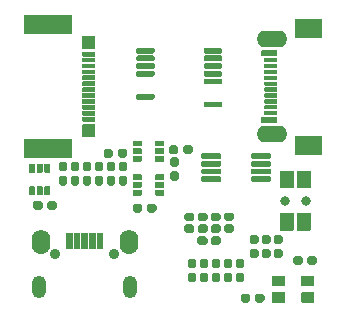
<source format=gts>
%TF.GenerationSoftware,KiCad,Pcbnew,(5.1.7)-1*%
%TF.CreationDate,2020-11-18T22:53:05+01:00*%
%TF.ProjectId,twonkie,74776f6e-6b69-4652-9e6b-696361645f70,rev?*%
%TF.SameCoordinates,PX448d510PY20b3950*%
%TF.FileFunction,Soldermask,Top*%
%TF.FilePolarity,Negative*%
%FSLAX46Y46*%
G04 Gerber Fmt 4.6, Leading zero omitted, Abs format (unit mm)*
G04 Created by KiCad (PCBNEW (5.1.7)-1) date 2020-11-18 22:53:05*
%MOMM*%
%LPD*%
G01*
G04 APERTURE LIST*
%ADD10O,0.901600X0.901600*%
%ADD11O,1.251600X1.901600*%
%ADD12O,1.551600X2.101600*%
%ADD13O,2.601600X1.401600*%
%ADD14C,0.801600*%
G04 APERTURE END LIST*
D10*
%TO.C,J3*%
X7834000Y-20536000D03*
X2834000Y-20536000D03*
D11*
X9209000Y-23286000D03*
X1459000Y-23286000D03*
D12*
X9059000Y-19486000D03*
X1609000Y-19486000D03*
G36*
G01*
X6358200Y-20086000D02*
X6358200Y-18786000D01*
G75*
G02*
X6409000Y-18735200I50800J0D01*
G01*
X6859000Y-18735200D01*
G75*
G02*
X6909800Y-18786000I0J-50800D01*
G01*
X6909800Y-20086000D01*
G75*
G02*
X6859000Y-20136800I-50800J0D01*
G01*
X6409000Y-20136800D01*
G75*
G02*
X6358200Y-20086000I0J50800D01*
G01*
G37*
G36*
G01*
X5708200Y-20086000D02*
X5708200Y-18786000D01*
G75*
G02*
X5759000Y-18735200I50800J0D01*
G01*
X6209000Y-18735200D01*
G75*
G02*
X6259800Y-18786000I0J-50800D01*
G01*
X6259800Y-20086000D01*
G75*
G02*
X6209000Y-20136800I-50800J0D01*
G01*
X5759000Y-20136800D01*
G75*
G02*
X5708200Y-20086000I0J50800D01*
G01*
G37*
G36*
G01*
X5058200Y-20086000D02*
X5058200Y-18786000D01*
G75*
G02*
X5109000Y-18735200I50800J0D01*
G01*
X5559000Y-18735200D01*
G75*
G02*
X5609800Y-18786000I0J-50800D01*
G01*
X5609800Y-20086000D01*
G75*
G02*
X5559000Y-20136800I-50800J0D01*
G01*
X5109000Y-20136800D01*
G75*
G02*
X5058200Y-20086000I0J50800D01*
G01*
G37*
G36*
G01*
X4408200Y-20086000D02*
X4408200Y-18786000D01*
G75*
G02*
X4459000Y-18735200I50800J0D01*
G01*
X4909000Y-18735200D01*
G75*
G02*
X4959800Y-18786000I0J-50800D01*
G01*
X4959800Y-20086000D01*
G75*
G02*
X4909000Y-20136800I-50800J0D01*
G01*
X4459000Y-20136800D01*
G75*
G02*
X4408200Y-20086000I0J50800D01*
G01*
G37*
G36*
G01*
X3758200Y-20086000D02*
X3758200Y-18786000D01*
G75*
G02*
X3809000Y-18735200I50800J0D01*
G01*
X4259000Y-18735200D01*
G75*
G02*
X4309800Y-18786000I0J-50800D01*
G01*
X4309800Y-20086000D01*
G75*
G02*
X4259000Y-20136800I-50800J0D01*
G01*
X3809000Y-20136800D01*
G75*
G02*
X3758200Y-20086000I0J50800D01*
G01*
G37*
%TD*%
%TO.C,R24*%
G36*
G01*
X19870400Y-19686300D02*
X19499600Y-19686300D01*
G75*
G02*
X19314200Y-19500900I0J185400D01*
G01*
X19314200Y-19055100D01*
G75*
G02*
X19499600Y-18869700I185400J0D01*
G01*
X19870400Y-18869700D01*
G75*
G02*
X20055800Y-19055100I0J-185400D01*
G01*
X20055800Y-19500900D01*
G75*
G02*
X19870400Y-19686300I-185400J0D01*
G01*
G37*
G36*
G01*
X19870400Y-20881300D02*
X19499600Y-20881300D01*
G75*
G02*
X19314200Y-20695900I0J185400D01*
G01*
X19314200Y-20250100D01*
G75*
G02*
X19499600Y-20064700I185400J0D01*
G01*
X19870400Y-20064700D01*
G75*
G02*
X20055800Y-20250100I0J-185400D01*
G01*
X20055800Y-20695900D01*
G75*
G02*
X19870400Y-20881300I-185400J0D01*
G01*
G37*
%TD*%
%TO.C,U2*%
G36*
G01*
X16985800Y-7737600D02*
X16985800Y-7988400D01*
G75*
G02*
X16860400Y-8113800I-125400J0D01*
G01*
X15534600Y-8113800D01*
G75*
G02*
X15409200Y-7988400I0J125400D01*
G01*
X15409200Y-7737600D01*
G75*
G02*
X15534600Y-7612200I125400J0D01*
G01*
X16860400Y-7612200D01*
G75*
G02*
X16985800Y-7737600I0J-125400D01*
G01*
G37*
G36*
G01*
X16985800Y-5787600D02*
X16985800Y-6038400D01*
G75*
G02*
X16860400Y-6163800I-125400J0D01*
G01*
X15534600Y-6163800D01*
G75*
G02*
X15409200Y-6038400I0J125400D01*
G01*
X15409200Y-5787600D01*
G75*
G02*
X15534600Y-5662200I125400J0D01*
G01*
X16860400Y-5662200D01*
G75*
G02*
X16985800Y-5787600I0J-125400D01*
G01*
G37*
G36*
G01*
X16985800Y-5137600D02*
X16985800Y-5388400D01*
G75*
G02*
X16860400Y-5513800I-125400J0D01*
G01*
X15534600Y-5513800D01*
G75*
G02*
X15409200Y-5388400I0J125400D01*
G01*
X15409200Y-5137600D01*
G75*
G02*
X15534600Y-5012200I125400J0D01*
G01*
X16860400Y-5012200D01*
G75*
G02*
X16985800Y-5137600I0J-125400D01*
G01*
G37*
G36*
G01*
X16985800Y-4487600D02*
X16985800Y-4738400D01*
G75*
G02*
X16860400Y-4863800I-125400J0D01*
G01*
X15534600Y-4863800D01*
G75*
G02*
X15409200Y-4738400I0J125400D01*
G01*
X15409200Y-4487600D01*
G75*
G02*
X15534600Y-4362200I125400J0D01*
G01*
X16860400Y-4362200D01*
G75*
G02*
X16985800Y-4487600I0J-125400D01*
G01*
G37*
G36*
G01*
X16985800Y-3837600D02*
X16985800Y-4088400D01*
G75*
G02*
X16860400Y-4213800I-125400J0D01*
G01*
X15534600Y-4213800D01*
G75*
G02*
X15409200Y-4088400I0J125400D01*
G01*
X15409200Y-3837600D01*
G75*
G02*
X15534600Y-3712200I125400J0D01*
G01*
X16860400Y-3712200D01*
G75*
G02*
X16985800Y-3837600I0J-125400D01*
G01*
G37*
G36*
G01*
X16985800Y-3187600D02*
X16985800Y-3438400D01*
G75*
G02*
X16860400Y-3563800I-125400J0D01*
G01*
X15534600Y-3563800D01*
G75*
G02*
X15409200Y-3438400I0J125400D01*
G01*
X15409200Y-3187600D01*
G75*
G02*
X15534600Y-3062200I125400J0D01*
G01*
X16860400Y-3062200D01*
G75*
G02*
X16985800Y-3187600I0J-125400D01*
G01*
G37*
G36*
G01*
X11260800Y-3187600D02*
X11260800Y-3438400D01*
G75*
G02*
X11135400Y-3563800I-125400J0D01*
G01*
X9809600Y-3563800D01*
G75*
G02*
X9684200Y-3438400I0J125400D01*
G01*
X9684200Y-3187600D01*
G75*
G02*
X9809600Y-3062200I125400J0D01*
G01*
X11135400Y-3062200D01*
G75*
G02*
X11260800Y-3187600I0J-125400D01*
G01*
G37*
G36*
G01*
X11260800Y-3837600D02*
X11260800Y-4088400D01*
G75*
G02*
X11135400Y-4213800I-125400J0D01*
G01*
X9809600Y-4213800D01*
G75*
G02*
X9684200Y-4088400I0J125400D01*
G01*
X9684200Y-3837600D01*
G75*
G02*
X9809600Y-3712200I125400J0D01*
G01*
X11135400Y-3712200D01*
G75*
G02*
X11260800Y-3837600I0J-125400D01*
G01*
G37*
G36*
G01*
X11260800Y-4487600D02*
X11260800Y-4738400D01*
G75*
G02*
X11135400Y-4863800I-125400J0D01*
G01*
X9809600Y-4863800D01*
G75*
G02*
X9684200Y-4738400I0J125400D01*
G01*
X9684200Y-4487600D01*
G75*
G02*
X9809600Y-4362200I125400J0D01*
G01*
X11135400Y-4362200D01*
G75*
G02*
X11260800Y-4487600I0J-125400D01*
G01*
G37*
G36*
G01*
X11260800Y-5137600D02*
X11260800Y-5388400D01*
G75*
G02*
X11135400Y-5513800I-125400J0D01*
G01*
X9809600Y-5513800D01*
G75*
G02*
X9684200Y-5388400I0J125400D01*
G01*
X9684200Y-5137600D01*
G75*
G02*
X9809600Y-5012200I125400J0D01*
G01*
X11135400Y-5012200D01*
G75*
G02*
X11260800Y-5137600I0J-125400D01*
G01*
G37*
G36*
G01*
X11260800Y-7087600D02*
X11260800Y-7338400D01*
G75*
G02*
X11135400Y-7463800I-125400J0D01*
G01*
X9809600Y-7463800D01*
G75*
G02*
X9684200Y-7338400I0J125400D01*
G01*
X9684200Y-7087600D01*
G75*
G02*
X9809600Y-6962200I125400J0D01*
G01*
X11135400Y-6962200D01*
G75*
G02*
X11260800Y-7087600I0J-125400D01*
G01*
G37*
%TD*%
%TO.C,J1*%
G36*
G01*
X21590000Y-8780800D02*
X20590000Y-8780800D01*
G75*
G02*
X20539200Y-8730000I0J50800D01*
G01*
X20539200Y-8470000D01*
G75*
G02*
X20590000Y-8419200I50800J0D01*
G01*
X21590000Y-8419200D01*
G75*
G02*
X21640800Y-8470000I0J-50800D01*
G01*
X21640800Y-8730000D01*
G75*
G02*
X21590000Y-8780800I-50800J0D01*
G01*
G37*
G36*
G01*
X21590000Y-8280800D02*
X20590000Y-8280800D01*
G75*
G02*
X20539200Y-8230000I0J50800D01*
G01*
X20539200Y-7970000D01*
G75*
G02*
X20590000Y-7919200I50800J0D01*
G01*
X21590000Y-7919200D01*
G75*
G02*
X21640800Y-7970000I0J-50800D01*
G01*
X21640800Y-8230000D01*
G75*
G02*
X21590000Y-8280800I-50800J0D01*
G01*
G37*
G36*
G01*
X21590000Y-7780800D02*
X20590000Y-7780800D01*
G75*
G02*
X20539200Y-7730000I0J50800D01*
G01*
X20539200Y-7470000D01*
G75*
G02*
X20590000Y-7419200I50800J0D01*
G01*
X21590000Y-7419200D01*
G75*
G02*
X21640800Y-7470000I0J-50800D01*
G01*
X21640800Y-7730000D01*
G75*
G02*
X21590000Y-7780800I-50800J0D01*
G01*
G37*
G36*
G01*
X21590000Y-7280800D02*
X20590000Y-7280800D01*
G75*
G02*
X20539200Y-7230000I0J50800D01*
G01*
X20539200Y-6970000D01*
G75*
G02*
X20590000Y-6919200I50800J0D01*
G01*
X21590000Y-6919200D01*
G75*
G02*
X21640800Y-6970000I0J-50800D01*
G01*
X21640800Y-7230000D01*
G75*
G02*
X21590000Y-7280800I-50800J0D01*
G01*
G37*
G36*
G01*
X21590000Y-6780800D02*
X20590000Y-6780800D01*
G75*
G02*
X20539200Y-6730000I0J50800D01*
G01*
X20539200Y-6470000D01*
G75*
G02*
X20590000Y-6419200I50800J0D01*
G01*
X21590000Y-6419200D01*
G75*
G02*
X21640800Y-6470000I0J-50800D01*
G01*
X21640800Y-6730000D01*
G75*
G02*
X21590000Y-6780800I-50800J0D01*
G01*
G37*
G36*
G01*
X21590000Y-6280800D02*
X20590000Y-6280800D01*
G75*
G02*
X20539200Y-6230000I0J50800D01*
G01*
X20539200Y-5970000D01*
G75*
G02*
X20590000Y-5919200I50800J0D01*
G01*
X21590000Y-5919200D01*
G75*
G02*
X21640800Y-5970000I0J-50800D01*
G01*
X21640800Y-6230000D01*
G75*
G02*
X21590000Y-6280800I-50800J0D01*
G01*
G37*
G36*
G01*
X21590000Y-5780800D02*
X20590000Y-5780800D01*
G75*
G02*
X20539200Y-5730000I0J50800D01*
G01*
X20539200Y-5470000D01*
G75*
G02*
X20590000Y-5419200I50800J0D01*
G01*
X21590000Y-5419200D01*
G75*
G02*
X21640800Y-5470000I0J-50800D01*
G01*
X21640800Y-5730000D01*
G75*
G02*
X21590000Y-5780800I-50800J0D01*
G01*
G37*
G36*
G01*
X21590000Y-5280800D02*
X20590000Y-5280800D01*
G75*
G02*
X20539200Y-5230000I0J50800D01*
G01*
X20539200Y-4970000D01*
G75*
G02*
X20590000Y-4919200I50800J0D01*
G01*
X21590000Y-4919200D01*
G75*
G02*
X21640800Y-4970000I0J-50800D01*
G01*
X21640800Y-5230000D01*
G75*
G02*
X21590000Y-5280800I-50800J0D01*
G01*
G37*
G36*
G01*
X21590000Y-4780800D02*
X20590000Y-4780800D01*
G75*
G02*
X20539200Y-4730000I0J50800D01*
G01*
X20539200Y-4470000D01*
G75*
G02*
X20590000Y-4419200I50800J0D01*
G01*
X21590000Y-4419200D01*
G75*
G02*
X21640800Y-4470000I0J-50800D01*
G01*
X21640800Y-4730000D01*
G75*
G02*
X21590000Y-4780800I-50800J0D01*
G01*
G37*
G36*
G01*
X21590000Y-4280800D02*
X20590000Y-4280800D01*
G75*
G02*
X20539200Y-4230000I0J50800D01*
G01*
X20539200Y-3970000D01*
G75*
G02*
X20590000Y-3919200I50800J0D01*
G01*
X21590000Y-3919200D01*
G75*
G02*
X21640800Y-3970000I0J-50800D01*
G01*
X21640800Y-4230000D01*
G75*
G02*
X21590000Y-4280800I-50800J0D01*
G01*
G37*
G36*
G01*
X21590000Y-9430800D02*
X20340000Y-9430800D01*
G75*
G02*
X20289200Y-9380000I0J50800D01*
G01*
X20289200Y-8970000D01*
G75*
G02*
X20340000Y-8919200I50800J0D01*
G01*
X21590000Y-8919200D01*
G75*
G02*
X21640800Y-8970000I0J-50800D01*
G01*
X21640800Y-9380000D01*
G75*
G02*
X21590000Y-9430800I-50800J0D01*
G01*
G37*
G36*
G01*
X21590000Y-3780800D02*
X20340000Y-3780800D01*
G75*
G02*
X20289200Y-3730000I0J50800D01*
G01*
X20289200Y-3320000D01*
G75*
G02*
X20340000Y-3269200I50800J0D01*
G01*
X21590000Y-3269200D01*
G75*
G02*
X21640800Y-3320000I0J-50800D01*
G01*
X21640800Y-3730000D01*
G75*
G02*
X21590000Y-3780800I-50800J0D01*
G01*
G37*
D13*
X21190000Y-10360000D03*
X21190000Y-2340000D03*
G36*
G01*
X25390000Y-12100800D02*
X23190000Y-12100800D01*
G75*
G02*
X23139200Y-12050000I0J50800D01*
G01*
X23139200Y-10550000D01*
G75*
G02*
X23190000Y-10499200I50800J0D01*
G01*
X25390000Y-10499200D01*
G75*
G02*
X25440800Y-10550000I0J-50800D01*
G01*
X25440800Y-12050000D01*
G75*
G02*
X25390000Y-12100800I-50800J0D01*
G01*
G37*
G36*
G01*
X25390000Y-2200800D02*
X23190000Y-2200800D01*
G75*
G02*
X23139200Y-2150000I0J50800D01*
G01*
X23139200Y-650000D01*
G75*
G02*
X23190000Y-599200I50800J0D01*
G01*
X25390000Y-599200D01*
G75*
G02*
X25440800Y-650000I0J-50800D01*
G01*
X25440800Y-2150000D01*
G75*
G02*
X25390000Y-2200800I-50800J0D01*
G01*
G37*
%TD*%
%TO.C,J2*%
G36*
G01*
X215000Y-10799200D02*
X4215000Y-10799200D01*
G75*
G02*
X4265800Y-10850000I0J-50800D01*
G01*
X4265800Y-12350000D01*
G75*
G02*
X4215000Y-12400800I-50800J0D01*
G01*
X215000Y-12400800D01*
G75*
G02*
X164200Y-12350000I0J50800D01*
G01*
X164200Y-10850000D01*
G75*
G02*
X215000Y-10799200I50800J0D01*
G01*
G37*
G36*
G01*
X215000Y-299200D02*
X4215000Y-299200D01*
G75*
G02*
X4265800Y-350000I0J-50800D01*
G01*
X4265800Y-1850000D01*
G75*
G02*
X4215000Y-1900800I-50800J0D01*
G01*
X215000Y-1900800D01*
G75*
G02*
X164200Y-1850000I0J50800D01*
G01*
X164200Y-350000D01*
G75*
G02*
X215000Y-299200I50800J0D01*
G01*
G37*
G36*
G01*
X5175000Y-8899200D02*
X6175000Y-8899200D01*
G75*
G02*
X6225800Y-8950000I0J-50800D01*
G01*
X6225800Y-9250000D01*
G75*
G02*
X6175000Y-9300800I-50800J0D01*
G01*
X5175000Y-9300800D01*
G75*
G02*
X5124200Y-9250000I0J50800D01*
G01*
X5124200Y-8950000D01*
G75*
G02*
X5175000Y-8899200I50800J0D01*
G01*
G37*
G36*
G01*
X5175000Y-8399200D02*
X6175000Y-8399200D01*
G75*
G02*
X6225800Y-8450000I0J-50800D01*
G01*
X6225800Y-8750000D01*
G75*
G02*
X6175000Y-8800800I-50800J0D01*
G01*
X5175000Y-8800800D01*
G75*
G02*
X5124200Y-8750000I0J50800D01*
G01*
X5124200Y-8450000D01*
G75*
G02*
X5175000Y-8399200I50800J0D01*
G01*
G37*
G36*
G01*
X5175000Y-7899200D02*
X6175000Y-7899200D01*
G75*
G02*
X6225800Y-7950000I0J-50800D01*
G01*
X6225800Y-8250000D01*
G75*
G02*
X6175000Y-8300800I-50800J0D01*
G01*
X5175000Y-8300800D01*
G75*
G02*
X5124200Y-8250000I0J50800D01*
G01*
X5124200Y-7950000D01*
G75*
G02*
X5175000Y-7899200I50800J0D01*
G01*
G37*
G36*
G01*
X5175000Y-7399200D02*
X6175000Y-7399200D01*
G75*
G02*
X6225800Y-7450000I0J-50800D01*
G01*
X6225800Y-7750000D01*
G75*
G02*
X6175000Y-7800800I-50800J0D01*
G01*
X5175000Y-7800800D01*
G75*
G02*
X5124200Y-7750000I0J50800D01*
G01*
X5124200Y-7450000D01*
G75*
G02*
X5175000Y-7399200I50800J0D01*
G01*
G37*
G36*
G01*
X5175000Y-6899200D02*
X6175000Y-6899200D01*
G75*
G02*
X6225800Y-6950000I0J-50800D01*
G01*
X6225800Y-7250000D01*
G75*
G02*
X6175000Y-7300800I-50800J0D01*
G01*
X5175000Y-7300800D01*
G75*
G02*
X5124200Y-7250000I0J50800D01*
G01*
X5124200Y-6950000D01*
G75*
G02*
X5175000Y-6899200I50800J0D01*
G01*
G37*
G36*
G01*
X5175000Y-6399200D02*
X6175000Y-6399200D01*
G75*
G02*
X6225800Y-6450000I0J-50800D01*
G01*
X6225800Y-6750000D01*
G75*
G02*
X6175000Y-6800800I-50800J0D01*
G01*
X5175000Y-6800800D01*
G75*
G02*
X5124200Y-6750000I0J50800D01*
G01*
X5124200Y-6450000D01*
G75*
G02*
X5175000Y-6399200I50800J0D01*
G01*
G37*
G36*
G01*
X5175000Y-5899200D02*
X6175000Y-5899200D01*
G75*
G02*
X6225800Y-5950000I0J-50800D01*
G01*
X6225800Y-6250000D01*
G75*
G02*
X6175000Y-6300800I-50800J0D01*
G01*
X5175000Y-6300800D01*
G75*
G02*
X5124200Y-6250000I0J50800D01*
G01*
X5124200Y-5950000D01*
G75*
G02*
X5175000Y-5899200I50800J0D01*
G01*
G37*
G36*
G01*
X5175000Y-5399200D02*
X6175000Y-5399200D01*
G75*
G02*
X6225800Y-5450000I0J-50800D01*
G01*
X6225800Y-5750000D01*
G75*
G02*
X6175000Y-5800800I-50800J0D01*
G01*
X5175000Y-5800800D01*
G75*
G02*
X5124200Y-5750000I0J50800D01*
G01*
X5124200Y-5450000D01*
G75*
G02*
X5175000Y-5399200I50800J0D01*
G01*
G37*
G36*
G01*
X5175000Y-4899200D02*
X6175000Y-4899200D01*
G75*
G02*
X6225800Y-4950000I0J-50800D01*
G01*
X6225800Y-5250000D01*
G75*
G02*
X6175000Y-5300800I-50800J0D01*
G01*
X5175000Y-5300800D01*
G75*
G02*
X5124200Y-5250000I0J50800D01*
G01*
X5124200Y-4950000D01*
G75*
G02*
X5175000Y-4899200I50800J0D01*
G01*
G37*
G36*
G01*
X5175000Y-4399200D02*
X6175000Y-4399200D01*
G75*
G02*
X6225800Y-4450000I0J-50800D01*
G01*
X6225800Y-4750000D01*
G75*
G02*
X6175000Y-4800800I-50800J0D01*
G01*
X5175000Y-4800800D01*
G75*
G02*
X5124200Y-4750000I0J50800D01*
G01*
X5124200Y-4450000D01*
G75*
G02*
X5175000Y-4399200I50800J0D01*
G01*
G37*
G36*
G01*
X5175000Y-3899200D02*
X6175000Y-3899200D01*
G75*
G02*
X6225800Y-3950000I0J-50800D01*
G01*
X6225800Y-4250000D01*
G75*
G02*
X6175000Y-4300800I-50800J0D01*
G01*
X5175000Y-4300800D01*
G75*
G02*
X5124200Y-4250000I0J50800D01*
G01*
X5124200Y-3950000D01*
G75*
G02*
X5175000Y-3899200I50800J0D01*
G01*
G37*
G36*
G01*
X5175000Y-3399200D02*
X6175000Y-3399200D01*
G75*
G02*
X6225800Y-3450000I0J-50800D01*
G01*
X6225800Y-3750000D01*
G75*
G02*
X6175000Y-3800800I-50800J0D01*
G01*
X5175000Y-3800800D01*
G75*
G02*
X5124200Y-3750000I0J50800D01*
G01*
X5124200Y-3450000D01*
G75*
G02*
X5175000Y-3399200I50800J0D01*
G01*
G37*
G36*
G01*
X5175000Y-2049200D02*
X6175000Y-2049200D01*
G75*
G02*
X6225800Y-2100000I0J-50800D01*
G01*
X6225800Y-3100000D01*
G75*
G02*
X6175000Y-3150800I-50800J0D01*
G01*
X5175000Y-3150800D01*
G75*
G02*
X5124200Y-3100000I0J50800D01*
G01*
X5124200Y-2100000D01*
G75*
G02*
X5175000Y-2049200I50800J0D01*
G01*
G37*
G36*
G01*
X5175000Y-9549200D02*
X6175000Y-9549200D01*
G75*
G02*
X6225800Y-9600000I0J-50800D01*
G01*
X6225800Y-10600000D01*
G75*
G02*
X6175000Y-10650800I-50800J0D01*
G01*
X5175000Y-10650800D01*
G75*
G02*
X5124200Y-10600000I0J50800D01*
G01*
X5124200Y-9600000D01*
G75*
G02*
X5175000Y-9549200I50800J0D01*
G01*
G37*
%TD*%
%TO.C,Q3*%
G36*
G01*
X11305700Y-11361000D02*
X11305700Y-10961000D01*
G75*
G02*
X11356500Y-10910200I50800J0D01*
G01*
X12006500Y-10910200D01*
G75*
G02*
X12057300Y-10961000I0J-50800D01*
G01*
X12057300Y-11361000D01*
G75*
G02*
X12006500Y-11411800I-50800J0D01*
G01*
X11356500Y-11411800D01*
G75*
G02*
X11305700Y-11361000I0J50800D01*
G01*
G37*
G36*
G01*
X11305700Y-12661000D02*
X11305700Y-12261000D01*
G75*
G02*
X11356500Y-12210200I50800J0D01*
G01*
X12006500Y-12210200D01*
G75*
G02*
X12057300Y-12261000I0J-50800D01*
G01*
X12057300Y-12661000D01*
G75*
G02*
X12006500Y-12711800I-50800J0D01*
G01*
X11356500Y-12711800D01*
G75*
G02*
X11305700Y-12661000I0J50800D01*
G01*
G37*
G36*
G01*
X9405700Y-12011000D02*
X9405700Y-11611000D01*
G75*
G02*
X9456500Y-11560200I50800J0D01*
G01*
X10106500Y-11560200D01*
G75*
G02*
X10157300Y-11611000I0J-50800D01*
G01*
X10157300Y-12011000D01*
G75*
G02*
X10106500Y-12061800I-50800J0D01*
G01*
X9456500Y-12061800D01*
G75*
G02*
X9405700Y-12011000I0J50800D01*
G01*
G37*
G36*
G01*
X11305700Y-12011000D02*
X11305700Y-11611000D01*
G75*
G02*
X11356500Y-11560200I50800J0D01*
G01*
X12006500Y-11560200D01*
G75*
G02*
X12057300Y-11611000I0J-50800D01*
G01*
X12057300Y-12011000D01*
G75*
G02*
X12006500Y-12061800I-50800J0D01*
G01*
X11356500Y-12061800D01*
G75*
G02*
X11305700Y-12011000I0J50800D01*
G01*
G37*
G36*
G01*
X9405700Y-12661000D02*
X9405700Y-12261000D01*
G75*
G02*
X9456500Y-12210200I50800J0D01*
G01*
X10106500Y-12210200D01*
G75*
G02*
X10157300Y-12261000I0J-50800D01*
G01*
X10157300Y-12661000D01*
G75*
G02*
X10106500Y-12711800I-50800J0D01*
G01*
X9456500Y-12711800D01*
G75*
G02*
X9405700Y-12661000I0J50800D01*
G01*
G37*
G36*
G01*
X9405700Y-11361000D02*
X9405700Y-10961000D01*
G75*
G02*
X9456500Y-10910200I50800J0D01*
G01*
X10106500Y-10910200D01*
G75*
G02*
X10157300Y-10961000I0J-50800D01*
G01*
X10157300Y-11361000D01*
G75*
G02*
X10106500Y-11411800I-50800J0D01*
G01*
X9456500Y-11411800D01*
G75*
G02*
X9405700Y-11361000I0J50800D01*
G01*
G37*
%TD*%
%TO.C,C2*%
G36*
G01*
X14906600Y-18557300D02*
X14906600Y-18196500D01*
G75*
G02*
X15087000Y-18016100I180400J0D01*
G01*
X15562800Y-18016100D01*
G75*
G02*
X15743200Y-18196500I0J-180400D01*
G01*
X15743200Y-18557300D01*
G75*
G02*
X15562800Y-18737700I-180400J0D01*
G01*
X15087000Y-18737700D01*
G75*
G02*
X14906600Y-18557300I0J180400D01*
G01*
G37*
G36*
G01*
X13771600Y-18557300D02*
X13771600Y-18196500D01*
G75*
G02*
X13952000Y-18016100I180400J0D01*
G01*
X14427800Y-18016100D01*
G75*
G02*
X14608200Y-18196500I0J-180400D01*
G01*
X14608200Y-18557300D01*
G75*
G02*
X14427800Y-18737700I-180400J0D01*
G01*
X13952000Y-18737700D01*
G75*
G02*
X13771600Y-18557300I0J180400D01*
G01*
G37*
%TD*%
%TO.C,C4*%
G36*
G01*
X14906600Y-17554000D02*
X14906600Y-17193200D01*
G75*
G02*
X15087000Y-17012800I180400J0D01*
G01*
X15562800Y-17012800D01*
G75*
G02*
X15743200Y-17193200I0J-180400D01*
G01*
X15743200Y-17554000D01*
G75*
G02*
X15562800Y-17734400I-180400J0D01*
G01*
X15087000Y-17734400D01*
G75*
G02*
X14906600Y-17554000I0J180400D01*
G01*
G37*
G36*
G01*
X13771600Y-17554000D02*
X13771600Y-17193200D01*
G75*
G02*
X13952000Y-17012800I180400J0D01*
G01*
X14427800Y-17012800D01*
G75*
G02*
X14608200Y-17193200I0J-180400D01*
G01*
X14608200Y-17554000D01*
G75*
G02*
X14427800Y-17734400I-180400J0D01*
G01*
X13952000Y-17734400D01*
G75*
G02*
X13771600Y-17554000I0J180400D01*
G01*
G37*
%TD*%
%TO.C,R14*%
G36*
G01*
X2157700Y-16568400D02*
X2157700Y-16197600D01*
G75*
G02*
X2343100Y-16012200I185400J0D01*
G01*
X2788900Y-16012200D01*
G75*
G02*
X2974300Y-16197600I0J-185400D01*
G01*
X2974300Y-16568400D01*
G75*
G02*
X2788900Y-16753800I-185400J0D01*
G01*
X2343100Y-16753800D01*
G75*
G02*
X2157700Y-16568400I0J185400D01*
G01*
G37*
G36*
G01*
X962700Y-16568400D02*
X962700Y-16197600D01*
G75*
G02*
X1148100Y-16012200I185400J0D01*
G01*
X1593900Y-16012200D01*
G75*
G02*
X1779300Y-16197600I0J-185400D01*
G01*
X1779300Y-16568400D01*
G75*
G02*
X1593900Y-16753800I-185400J0D01*
G01*
X1148100Y-16753800D01*
G75*
G02*
X962700Y-16568400I0J185400D01*
G01*
G37*
%TD*%
%TO.C,R16*%
G36*
G01*
X13651200Y-11869400D02*
X13651200Y-11498600D01*
G75*
G02*
X13836600Y-11313200I185400J0D01*
G01*
X14282400Y-11313200D01*
G75*
G02*
X14467800Y-11498600I0J-185400D01*
G01*
X14467800Y-11869400D01*
G75*
G02*
X14282400Y-12054800I-185400J0D01*
G01*
X13836600Y-12054800D01*
G75*
G02*
X13651200Y-11869400I0J185400D01*
G01*
G37*
G36*
G01*
X12456200Y-11869400D02*
X12456200Y-11498600D01*
G75*
G02*
X12641600Y-11313200I185400J0D01*
G01*
X13087400Y-11313200D01*
G75*
G02*
X13272800Y-11498600I0J-185400D01*
G01*
X13272800Y-11869400D01*
G75*
G02*
X13087400Y-12054800I-185400J0D01*
G01*
X12641600Y-12054800D01*
G75*
G02*
X12456200Y-11869400I0J185400D01*
G01*
G37*
%TD*%
D14*
%TO.C,SW1*%
X24077500Y-16002000D03*
X22277500Y-16002000D03*
G36*
G01*
X24422500Y-18552800D02*
X23372500Y-18552800D01*
G75*
G02*
X23321700Y-18502000I0J50800D01*
G01*
X23321700Y-17102000D01*
G75*
G02*
X23372500Y-17051200I50800J0D01*
G01*
X24422500Y-17051200D01*
G75*
G02*
X24473300Y-17102000I0J-50800D01*
G01*
X24473300Y-18502000D01*
G75*
G02*
X24422500Y-18552800I-50800J0D01*
G01*
G37*
G36*
G01*
X24422500Y-14952800D02*
X23372500Y-14952800D01*
G75*
G02*
X23321700Y-14902000I0J50800D01*
G01*
X23321700Y-13502000D01*
G75*
G02*
X23372500Y-13451200I50800J0D01*
G01*
X24422500Y-13451200D01*
G75*
G02*
X24473300Y-13502000I0J-50800D01*
G01*
X24473300Y-14902000D01*
G75*
G02*
X24422500Y-14952800I-50800J0D01*
G01*
G37*
G36*
G01*
X22982500Y-18552800D02*
X21932500Y-18552800D01*
G75*
G02*
X21881700Y-18502000I0J50800D01*
G01*
X21881700Y-17102000D01*
G75*
G02*
X21932500Y-17051200I50800J0D01*
G01*
X22982500Y-17051200D01*
G75*
G02*
X23033300Y-17102000I0J-50800D01*
G01*
X23033300Y-18502000D01*
G75*
G02*
X22982500Y-18552800I-50800J0D01*
G01*
G37*
G36*
G01*
X22982500Y-14952800D02*
X21932500Y-14952800D01*
G75*
G02*
X21881700Y-14902000I0J50800D01*
G01*
X21881700Y-13502000D01*
G75*
G02*
X21932500Y-13451200I50800J0D01*
G01*
X22982500Y-13451200D01*
G75*
G02*
X23033300Y-13502000I0J-50800D01*
G01*
X23033300Y-14902000D01*
G75*
G02*
X22982500Y-14952800I-50800J0D01*
G01*
G37*
%TD*%
%TO.C,U5*%
G36*
G01*
X19410200Y-12358400D02*
X19410200Y-12107600D01*
G75*
G02*
X19535600Y-11982200I125400J0D01*
G01*
X21011400Y-11982200D01*
G75*
G02*
X21136800Y-12107600I0J-125400D01*
G01*
X21136800Y-12358400D01*
G75*
G02*
X21011400Y-12483800I-125400J0D01*
G01*
X19535600Y-12483800D01*
G75*
G02*
X19410200Y-12358400I0J125400D01*
G01*
G37*
G36*
G01*
X19410200Y-13008400D02*
X19410200Y-12757600D01*
G75*
G02*
X19535600Y-12632200I125400J0D01*
G01*
X21011400Y-12632200D01*
G75*
G02*
X21136800Y-12757600I0J-125400D01*
G01*
X21136800Y-13008400D01*
G75*
G02*
X21011400Y-13133800I-125400J0D01*
G01*
X19535600Y-13133800D01*
G75*
G02*
X19410200Y-13008400I0J125400D01*
G01*
G37*
G36*
G01*
X19410200Y-13658400D02*
X19410200Y-13407600D01*
G75*
G02*
X19535600Y-13282200I125400J0D01*
G01*
X21011400Y-13282200D01*
G75*
G02*
X21136800Y-13407600I0J-125400D01*
G01*
X21136800Y-13658400D01*
G75*
G02*
X21011400Y-13783800I-125400J0D01*
G01*
X19535600Y-13783800D01*
G75*
G02*
X19410200Y-13658400I0J125400D01*
G01*
G37*
G36*
G01*
X19410200Y-14308400D02*
X19410200Y-14057600D01*
G75*
G02*
X19535600Y-13932200I125400J0D01*
G01*
X21011400Y-13932200D01*
G75*
G02*
X21136800Y-14057600I0J-125400D01*
G01*
X21136800Y-14308400D01*
G75*
G02*
X21011400Y-14433800I-125400J0D01*
G01*
X19535600Y-14433800D01*
G75*
G02*
X19410200Y-14308400I0J125400D01*
G01*
G37*
G36*
G01*
X15185200Y-14308400D02*
X15185200Y-14057600D01*
G75*
G02*
X15310600Y-13932200I125400J0D01*
G01*
X16786400Y-13932200D01*
G75*
G02*
X16911800Y-14057600I0J-125400D01*
G01*
X16911800Y-14308400D01*
G75*
G02*
X16786400Y-14433800I-125400J0D01*
G01*
X15310600Y-14433800D01*
G75*
G02*
X15185200Y-14308400I0J125400D01*
G01*
G37*
G36*
G01*
X15185200Y-13658400D02*
X15185200Y-13407600D01*
G75*
G02*
X15310600Y-13282200I125400J0D01*
G01*
X16786400Y-13282200D01*
G75*
G02*
X16911800Y-13407600I0J-125400D01*
G01*
X16911800Y-13658400D01*
G75*
G02*
X16786400Y-13783800I-125400J0D01*
G01*
X15310600Y-13783800D01*
G75*
G02*
X15185200Y-13658400I0J125400D01*
G01*
G37*
G36*
G01*
X15185200Y-13008400D02*
X15185200Y-12757600D01*
G75*
G02*
X15310600Y-12632200I125400J0D01*
G01*
X16786400Y-12632200D01*
G75*
G02*
X16911800Y-12757600I0J-125400D01*
G01*
X16911800Y-13008400D01*
G75*
G02*
X16786400Y-13133800I-125400J0D01*
G01*
X15310600Y-13133800D01*
G75*
G02*
X15185200Y-13008400I0J125400D01*
G01*
G37*
G36*
G01*
X15185200Y-12358400D02*
X15185200Y-12107600D01*
G75*
G02*
X15310600Y-11982200I125400J0D01*
G01*
X16786400Y-11982200D01*
G75*
G02*
X16911800Y-12107600I0J-125400D01*
G01*
X16911800Y-12358400D01*
G75*
G02*
X16786400Y-12483800I-125400J0D01*
G01*
X15310600Y-12483800D01*
G75*
G02*
X15185200Y-12358400I0J125400D01*
G01*
G37*
%TD*%
%TO.C,R23*%
G36*
G01*
X12768600Y-13524200D02*
X13139400Y-13524200D01*
G75*
G02*
X13324800Y-13709600I0J-185400D01*
G01*
X13324800Y-14155400D01*
G75*
G02*
X13139400Y-14340800I-185400J0D01*
G01*
X12768600Y-14340800D01*
G75*
G02*
X12583200Y-14155400I0J185400D01*
G01*
X12583200Y-13709600D01*
G75*
G02*
X12768600Y-13524200I185400J0D01*
G01*
G37*
G36*
G01*
X12768600Y-12329200D02*
X13139400Y-12329200D01*
G75*
G02*
X13324800Y-12514600I0J-185400D01*
G01*
X13324800Y-12960400D01*
G75*
G02*
X13139400Y-13145800I-185400J0D01*
G01*
X12768600Y-13145800D01*
G75*
G02*
X12583200Y-12960400I0J185400D01*
G01*
X12583200Y-12514600D01*
G75*
G02*
X12768600Y-12329200I185400J0D01*
G01*
G37*
%TD*%
%TO.C,R22*%
G36*
G01*
X10224800Y-16451600D02*
X10224800Y-16822400D01*
G75*
G02*
X10039400Y-17007800I-185400J0D01*
G01*
X9593600Y-17007800D01*
G75*
G02*
X9408200Y-16822400I0J185400D01*
G01*
X9408200Y-16451600D01*
G75*
G02*
X9593600Y-16266200I185400J0D01*
G01*
X10039400Y-16266200D01*
G75*
G02*
X10224800Y-16451600I0J-185400D01*
G01*
G37*
G36*
G01*
X11419800Y-16451600D02*
X11419800Y-16822400D01*
G75*
G02*
X11234400Y-17007800I-185400J0D01*
G01*
X10788600Y-17007800D01*
G75*
G02*
X10603200Y-16822400I0J185400D01*
G01*
X10603200Y-16451600D01*
G75*
G02*
X10788600Y-16266200I185400J0D01*
G01*
X11234400Y-16266200D01*
G75*
G02*
X11419800Y-16451600I0J-185400D01*
G01*
G37*
%TD*%
%TO.C,R21*%
G36*
G01*
X18293100Y-22096700D02*
X18663900Y-22096700D01*
G75*
G02*
X18849300Y-22282100I0J-185400D01*
G01*
X18849300Y-22727900D01*
G75*
G02*
X18663900Y-22913300I-185400J0D01*
G01*
X18293100Y-22913300D01*
G75*
G02*
X18107700Y-22727900I0J185400D01*
G01*
X18107700Y-22282100D01*
G75*
G02*
X18293100Y-22096700I185400J0D01*
G01*
G37*
G36*
G01*
X18293100Y-20901700D02*
X18663900Y-20901700D01*
G75*
G02*
X18849300Y-21087100I0J-185400D01*
G01*
X18849300Y-21532900D01*
G75*
G02*
X18663900Y-21718300I-185400J0D01*
G01*
X18293100Y-21718300D01*
G75*
G02*
X18107700Y-21532900I0J185400D01*
G01*
X18107700Y-21087100D01*
G75*
G02*
X18293100Y-20901700I185400J0D01*
G01*
G37*
%TD*%
%TO.C,R20*%
G36*
G01*
X17277100Y-22096700D02*
X17647900Y-22096700D01*
G75*
G02*
X17833300Y-22282100I0J-185400D01*
G01*
X17833300Y-22727900D01*
G75*
G02*
X17647900Y-22913300I-185400J0D01*
G01*
X17277100Y-22913300D01*
G75*
G02*
X17091700Y-22727900I0J185400D01*
G01*
X17091700Y-22282100D01*
G75*
G02*
X17277100Y-22096700I185400J0D01*
G01*
G37*
G36*
G01*
X17277100Y-20901700D02*
X17647900Y-20901700D01*
G75*
G02*
X17833300Y-21087100I0J-185400D01*
G01*
X17833300Y-21532900D01*
G75*
G02*
X17647900Y-21718300I-185400J0D01*
G01*
X17277100Y-21718300D01*
G75*
G02*
X17091700Y-21532900I0J185400D01*
G01*
X17091700Y-21087100D01*
G75*
G02*
X17277100Y-20901700I185400J0D01*
G01*
G37*
%TD*%
%TO.C,R19*%
G36*
G01*
X16261100Y-22096700D02*
X16631900Y-22096700D01*
G75*
G02*
X16817300Y-22282100I0J-185400D01*
G01*
X16817300Y-22727900D01*
G75*
G02*
X16631900Y-22913300I-185400J0D01*
G01*
X16261100Y-22913300D01*
G75*
G02*
X16075700Y-22727900I0J185400D01*
G01*
X16075700Y-22282100D01*
G75*
G02*
X16261100Y-22096700I185400J0D01*
G01*
G37*
G36*
G01*
X16261100Y-20901700D02*
X16631900Y-20901700D01*
G75*
G02*
X16817300Y-21087100I0J-185400D01*
G01*
X16817300Y-21532900D01*
G75*
G02*
X16631900Y-21718300I-185400J0D01*
G01*
X16261100Y-21718300D01*
G75*
G02*
X16075700Y-21532900I0J185400D01*
G01*
X16075700Y-21087100D01*
G75*
G02*
X16261100Y-20901700I185400J0D01*
G01*
G37*
%TD*%
%TO.C,R18*%
G36*
G01*
X15245100Y-22096700D02*
X15615900Y-22096700D01*
G75*
G02*
X15801300Y-22282100I0J-185400D01*
G01*
X15801300Y-22727900D01*
G75*
G02*
X15615900Y-22913300I-185400J0D01*
G01*
X15245100Y-22913300D01*
G75*
G02*
X15059700Y-22727900I0J185400D01*
G01*
X15059700Y-22282100D01*
G75*
G02*
X15245100Y-22096700I185400J0D01*
G01*
G37*
G36*
G01*
X15245100Y-20901700D02*
X15615900Y-20901700D01*
G75*
G02*
X15801300Y-21087100I0J-185400D01*
G01*
X15801300Y-21532900D01*
G75*
G02*
X15615900Y-21718300I-185400J0D01*
G01*
X15245100Y-21718300D01*
G75*
G02*
X15059700Y-21532900I0J185400D01*
G01*
X15059700Y-21087100D01*
G75*
G02*
X15245100Y-20901700I185400J0D01*
G01*
G37*
%TD*%
%TO.C,R17*%
G36*
G01*
X14229100Y-22096700D02*
X14599900Y-22096700D01*
G75*
G02*
X14785300Y-22282100I0J-185400D01*
G01*
X14785300Y-22727900D01*
G75*
G02*
X14599900Y-22913300I-185400J0D01*
G01*
X14229100Y-22913300D01*
G75*
G02*
X14043700Y-22727900I0J185400D01*
G01*
X14043700Y-22282100D01*
G75*
G02*
X14229100Y-22096700I185400J0D01*
G01*
G37*
G36*
G01*
X14229100Y-20901700D02*
X14599900Y-20901700D01*
G75*
G02*
X14785300Y-21087100I0J-185400D01*
G01*
X14785300Y-21532900D01*
G75*
G02*
X14599900Y-21718300I-185400J0D01*
G01*
X14229100Y-21718300D01*
G75*
G02*
X14043700Y-21532900I0J185400D01*
G01*
X14043700Y-21087100D01*
G75*
G02*
X14229100Y-20901700I185400J0D01*
G01*
G37*
%TD*%
%TO.C,R15*%
G36*
G01*
X3307100Y-13905200D02*
X3677900Y-13905200D01*
G75*
G02*
X3863300Y-14090600I0J-185400D01*
G01*
X3863300Y-14536400D01*
G75*
G02*
X3677900Y-14721800I-185400J0D01*
G01*
X3307100Y-14721800D01*
G75*
G02*
X3121700Y-14536400I0J185400D01*
G01*
X3121700Y-14090600D01*
G75*
G02*
X3307100Y-13905200I185400J0D01*
G01*
G37*
G36*
G01*
X3307100Y-12710200D02*
X3677900Y-12710200D01*
G75*
G02*
X3863300Y-12895600I0J-185400D01*
G01*
X3863300Y-13341400D01*
G75*
G02*
X3677900Y-13526800I-185400J0D01*
G01*
X3307100Y-13526800D01*
G75*
G02*
X3121700Y-13341400I0J185400D01*
G01*
X3121700Y-12895600D01*
G75*
G02*
X3307100Y-12710200I185400J0D01*
G01*
G37*
%TD*%
%TO.C,R13*%
G36*
G01*
X4693900Y-13526800D02*
X4323100Y-13526800D01*
G75*
G02*
X4137700Y-13341400I0J185400D01*
G01*
X4137700Y-12895600D01*
G75*
G02*
X4323100Y-12710200I185400J0D01*
G01*
X4693900Y-12710200D01*
G75*
G02*
X4879300Y-12895600I0J-185400D01*
G01*
X4879300Y-13341400D01*
G75*
G02*
X4693900Y-13526800I-185400J0D01*
G01*
G37*
G36*
G01*
X4693900Y-14721800D02*
X4323100Y-14721800D01*
G75*
G02*
X4137700Y-14536400I0J185400D01*
G01*
X4137700Y-14090600D01*
G75*
G02*
X4323100Y-13905200I185400J0D01*
G01*
X4693900Y-13905200D01*
G75*
G02*
X4879300Y-14090600I0J-185400D01*
G01*
X4879300Y-14536400D01*
G75*
G02*
X4693900Y-14721800I-185400J0D01*
G01*
G37*
%TD*%
%TO.C,R12*%
G36*
G01*
X5709900Y-13526800D02*
X5339100Y-13526800D01*
G75*
G02*
X5153700Y-13341400I0J185400D01*
G01*
X5153700Y-12895600D01*
G75*
G02*
X5339100Y-12710200I185400J0D01*
G01*
X5709900Y-12710200D01*
G75*
G02*
X5895300Y-12895600I0J-185400D01*
G01*
X5895300Y-13341400D01*
G75*
G02*
X5709900Y-13526800I-185400J0D01*
G01*
G37*
G36*
G01*
X5709900Y-14721800D02*
X5339100Y-14721800D01*
G75*
G02*
X5153700Y-14536400I0J185400D01*
G01*
X5153700Y-14090600D01*
G75*
G02*
X5339100Y-13905200I185400J0D01*
G01*
X5709900Y-13905200D01*
G75*
G02*
X5895300Y-14090600I0J-185400D01*
G01*
X5895300Y-14536400D01*
G75*
G02*
X5709900Y-14721800I-185400J0D01*
G01*
G37*
%TD*%
%TO.C,R11*%
G36*
G01*
X6725900Y-13526800D02*
X6355100Y-13526800D01*
G75*
G02*
X6169700Y-13341400I0J185400D01*
G01*
X6169700Y-12895600D01*
G75*
G02*
X6355100Y-12710200I185400J0D01*
G01*
X6725900Y-12710200D01*
G75*
G02*
X6911300Y-12895600I0J-185400D01*
G01*
X6911300Y-13341400D01*
G75*
G02*
X6725900Y-13526800I-185400J0D01*
G01*
G37*
G36*
G01*
X6725900Y-14721800D02*
X6355100Y-14721800D01*
G75*
G02*
X6169700Y-14536400I0J185400D01*
G01*
X6169700Y-14090600D01*
G75*
G02*
X6355100Y-13905200I185400J0D01*
G01*
X6725900Y-13905200D01*
G75*
G02*
X6911300Y-14090600I0J-185400D01*
G01*
X6911300Y-14536400D01*
G75*
G02*
X6725900Y-14721800I-185400J0D01*
G01*
G37*
%TD*%
%TO.C,R10*%
G36*
G01*
X7741900Y-13526800D02*
X7371100Y-13526800D01*
G75*
G02*
X7185700Y-13341400I0J185400D01*
G01*
X7185700Y-12895600D01*
G75*
G02*
X7371100Y-12710200I185400J0D01*
G01*
X7741900Y-12710200D01*
G75*
G02*
X7927300Y-12895600I0J-185400D01*
G01*
X7927300Y-13341400D01*
G75*
G02*
X7741900Y-13526800I-185400J0D01*
G01*
G37*
G36*
G01*
X7741900Y-14721800D02*
X7371100Y-14721800D01*
G75*
G02*
X7185700Y-14536400I0J185400D01*
G01*
X7185700Y-14090600D01*
G75*
G02*
X7371100Y-13905200I185400J0D01*
G01*
X7741900Y-13905200D01*
G75*
G02*
X7927300Y-14090600I0J-185400D01*
G01*
X7927300Y-14536400D01*
G75*
G02*
X7741900Y-14721800I-185400J0D01*
G01*
G37*
%TD*%
%TO.C,R9*%
G36*
G01*
X8757900Y-13526800D02*
X8387100Y-13526800D01*
G75*
G02*
X8201700Y-13341400I0J185400D01*
G01*
X8201700Y-12895600D01*
G75*
G02*
X8387100Y-12710200I185400J0D01*
G01*
X8757900Y-12710200D01*
G75*
G02*
X8943300Y-12895600I0J-185400D01*
G01*
X8943300Y-13341400D01*
G75*
G02*
X8757900Y-13526800I-185400J0D01*
G01*
G37*
G36*
G01*
X8757900Y-14721800D02*
X8387100Y-14721800D01*
G75*
G02*
X8201700Y-14536400I0J185400D01*
G01*
X8201700Y-14090600D01*
G75*
G02*
X8387100Y-13905200I185400J0D01*
G01*
X8757900Y-13905200D01*
G75*
G02*
X8943300Y-14090600I0J-185400D01*
G01*
X8943300Y-14536400D01*
G75*
G02*
X8757900Y-14721800I-185400J0D01*
G01*
G37*
%TD*%
%TO.C,R8*%
G36*
G01*
X7748300Y-11816100D02*
X7748300Y-12186900D01*
G75*
G02*
X7562900Y-12372300I-185400J0D01*
G01*
X7117100Y-12372300D01*
G75*
G02*
X6931700Y-12186900I0J185400D01*
G01*
X6931700Y-11816100D01*
G75*
G02*
X7117100Y-11630700I185400J0D01*
G01*
X7562900Y-11630700D01*
G75*
G02*
X7748300Y-11816100I0J-185400D01*
G01*
G37*
G36*
G01*
X8943300Y-11816100D02*
X8943300Y-12186900D01*
G75*
G02*
X8757900Y-12372300I-185400J0D01*
G01*
X8312100Y-12372300D01*
G75*
G02*
X8126700Y-12186900I0J185400D01*
G01*
X8126700Y-11816100D01*
G75*
G02*
X8312100Y-11630700I185400J0D01*
G01*
X8757900Y-11630700D01*
G75*
G02*
X8943300Y-11816100I0J-185400D01*
G01*
G37*
%TD*%
%TO.C,R7*%
G36*
G01*
X19368800Y-24071600D02*
X19368800Y-24442400D01*
G75*
G02*
X19183400Y-24627800I-185400J0D01*
G01*
X18737600Y-24627800D01*
G75*
G02*
X18552200Y-24442400I0J185400D01*
G01*
X18552200Y-24071600D01*
G75*
G02*
X18737600Y-23886200I185400J0D01*
G01*
X19183400Y-23886200D01*
G75*
G02*
X19368800Y-24071600I0J-185400D01*
G01*
G37*
G36*
G01*
X20563800Y-24071600D02*
X20563800Y-24442400D01*
G75*
G02*
X20378400Y-24627800I-185400J0D01*
G01*
X19932600Y-24627800D01*
G75*
G02*
X19747200Y-24442400I0J185400D01*
G01*
X19747200Y-24071600D01*
G75*
G02*
X19932600Y-23886200I185400J0D01*
G01*
X20378400Y-23886200D01*
G75*
G02*
X20563800Y-24071600I0J-185400D01*
G01*
G37*
%TD*%
%TO.C,R6*%
G36*
G01*
X21902400Y-19686300D02*
X21531600Y-19686300D01*
G75*
G02*
X21346200Y-19500900I0J185400D01*
G01*
X21346200Y-19055100D01*
G75*
G02*
X21531600Y-18869700I185400J0D01*
G01*
X21902400Y-18869700D01*
G75*
G02*
X22087800Y-19055100I0J-185400D01*
G01*
X22087800Y-19500900D01*
G75*
G02*
X21902400Y-19686300I-185400J0D01*
G01*
G37*
G36*
G01*
X21902400Y-20881300D02*
X21531600Y-20881300D01*
G75*
G02*
X21346200Y-20695900I0J185400D01*
G01*
X21346200Y-20250100D01*
G75*
G02*
X21531600Y-20064700I185400J0D01*
G01*
X21902400Y-20064700D01*
G75*
G02*
X22087800Y-20250100I0J-185400D01*
G01*
X22087800Y-20695900D01*
G75*
G02*
X21902400Y-20881300I-185400J0D01*
G01*
G37*
%TD*%
%TO.C,R5*%
G36*
G01*
X23813800Y-20896600D02*
X23813800Y-21267400D01*
G75*
G02*
X23628400Y-21452800I-185400J0D01*
G01*
X23182600Y-21452800D01*
G75*
G02*
X22997200Y-21267400I0J185400D01*
G01*
X22997200Y-20896600D01*
G75*
G02*
X23182600Y-20711200I185400J0D01*
G01*
X23628400Y-20711200D01*
G75*
G02*
X23813800Y-20896600I0J-185400D01*
G01*
G37*
G36*
G01*
X25008800Y-20896600D02*
X25008800Y-21267400D01*
G75*
G02*
X24823400Y-21452800I-185400J0D01*
G01*
X24377600Y-21452800D01*
G75*
G02*
X24192200Y-21267400I0J185400D01*
G01*
X24192200Y-20896600D01*
G75*
G02*
X24377600Y-20711200I185400J0D01*
G01*
X24823400Y-20711200D01*
G75*
G02*
X25008800Y-20896600I0J-185400D01*
G01*
G37*
%TD*%
%TO.C,R1*%
G36*
G01*
X20515600Y-20064700D02*
X20886400Y-20064700D01*
G75*
G02*
X21071800Y-20250100I0J-185400D01*
G01*
X21071800Y-20695900D01*
G75*
G02*
X20886400Y-20881300I-185400J0D01*
G01*
X20515600Y-20881300D01*
G75*
G02*
X20330200Y-20695900I0J185400D01*
G01*
X20330200Y-20250100D01*
G75*
G02*
X20515600Y-20064700I185400J0D01*
G01*
G37*
G36*
G01*
X20515600Y-18869700D02*
X20886400Y-18869700D01*
G75*
G02*
X21071800Y-19055100I0J-185400D01*
G01*
X21071800Y-19500900D01*
G75*
G02*
X20886400Y-19686300I-185400J0D01*
G01*
X20515600Y-19686300D01*
G75*
G02*
X20330200Y-19500900I0J185400D01*
G01*
X20330200Y-19055100D01*
G75*
G02*
X20515600Y-18869700I185400J0D01*
G01*
G37*
%TD*%
%TO.C,Q2*%
G36*
G01*
X10157300Y-15118500D02*
X10157300Y-15518500D01*
G75*
G02*
X10106500Y-15569300I-50800J0D01*
G01*
X9456500Y-15569300D01*
G75*
G02*
X9405700Y-15518500I0J50800D01*
G01*
X9405700Y-15118500D01*
G75*
G02*
X9456500Y-15067700I50800J0D01*
G01*
X10106500Y-15067700D01*
G75*
G02*
X10157300Y-15118500I0J-50800D01*
G01*
G37*
G36*
G01*
X10157300Y-13818500D02*
X10157300Y-14218500D01*
G75*
G02*
X10106500Y-14269300I-50800J0D01*
G01*
X9456500Y-14269300D01*
G75*
G02*
X9405700Y-14218500I0J50800D01*
G01*
X9405700Y-13818500D01*
G75*
G02*
X9456500Y-13767700I50800J0D01*
G01*
X10106500Y-13767700D01*
G75*
G02*
X10157300Y-13818500I0J-50800D01*
G01*
G37*
G36*
G01*
X12057300Y-14468500D02*
X12057300Y-14868500D01*
G75*
G02*
X12006500Y-14919300I-50800J0D01*
G01*
X11356500Y-14919300D01*
G75*
G02*
X11305700Y-14868500I0J50800D01*
G01*
X11305700Y-14468500D01*
G75*
G02*
X11356500Y-14417700I50800J0D01*
G01*
X12006500Y-14417700D01*
G75*
G02*
X12057300Y-14468500I0J-50800D01*
G01*
G37*
G36*
G01*
X10157300Y-14468500D02*
X10157300Y-14868500D01*
G75*
G02*
X10106500Y-14919300I-50800J0D01*
G01*
X9456500Y-14919300D01*
G75*
G02*
X9405700Y-14868500I0J50800D01*
G01*
X9405700Y-14468500D01*
G75*
G02*
X9456500Y-14417700I50800J0D01*
G01*
X10106500Y-14417700D01*
G75*
G02*
X10157300Y-14468500I0J-50800D01*
G01*
G37*
G36*
G01*
X12057300Y-13818500D02*
X12057300Y-14218500D01*
G75*
G02*
X12006500Y-14269300I-50800J0D01*
G01*
X11356500Y-14269300D01*
G75*
G02*
X11305700Y-14218500I0J50800D01*
G01*
X11305700Y-13818500D01*
G75*
G02*
X11356500Y-13767700I50800J0D01*
G01*
X12006500Y-13767700D01*
G75*
G02*
X12057300Y-13818500I0J-50800D01*
G01*
G37*
G36*
G01*
X12057300Y-15118500D02*
X12057300Y-15518500D01*
G75*
G02*
X12006500Y-15569300I-50800J0D01*
G01*
X11356500Y-15569300D01*
G75*
G02*
X11305700Y-15518500I0J50800D01*
G01*
X11305700Y-15118500D01*
G75*
G02*
X11356500Y-15067700I50800J0D01*
G01*
X12006500Y-15067700D01*
G75*
G02*
X12057300Y-15118500I0J-50800D01*
G01*
G37*
%TD*%
%TO.C,Q1*%
G36*
G01*
X1974000Y-14798200D02*
X2374000Y-14798200D01*
G75*
G02*
X2424800Y-14849000I0J-50800D01*
G01*
X2424800Y-15499000D01*
G75*
G02*
X2374000Y-15549800I-50800J0D01*
G01*
X1974000Y-15549800D01*
G75*
G02*
X1923200Y-15499000I0J50800D01*
G01*
X1923200Y-14849000D01*
G75*
G02*
X1974000Y-14798200I50800J0D01*
G01*
G37*
G36*
G01*
X674000Y-14798200D02*
X1074000Y-14798200D01*
G75*
G02*
X1124800Y-14849000I0J-50800D01*
G01*
X1124800Y-15499000D01*
G75*
G02*
X1074000Y-15549800I-50800J0D01*
G01*
X674000Y-15549800D01*
G75*
G02*
X623200Y-15499000I0J50800D01*
G01*
X623200Y-14849000D01*
G75*
G02*
X674000Y-14798200I50800J0D01*
G01*
G37*
G36*
G01*
X1324000Y-12898200D02*
X1724000Y-12898200D01*
G75*
G02*
X1774800Y-12949000I0J-50800D01*
G01*
X1774800Y-13599000D01*
G75*
G02*
X1724000Y-13649800I-50800J0D01*
G01*
X1324000Y-13649800D01*
G75*
G02*
X1273200Y-13599000I0J50800D01*
G01*
X1273200Y-12949000D01*
G75*
G02*
X1324000Y-12898200I50800J0D01*
G01*
G37*
G36*
G01*
X1324000Y-14798200D02*
X1724000Y-14798200D01*
G75*
G02*
X1774800Y-14849000I0J-50800D01*
G01*
X1774800Y-15499000D01*
G75*
G02*
X1724000Y-15549800I-50800J0D01*
G01*
X1324000Y-15549800D01*
G75*
G02*
X1273200Y-15499000I0J50800D01*
G01*
X1273200Y-14849000D01*
G75*
G02*
X1324000Y-14798200I50800J0D01*
G01*
G37*
G36*
G01*
X674000Y-12898200D02*
X1074000Y-12898200D01*
G75*
G02*
X1124800Y-12949000I0J-50800D01*
G01*
X1124800Y-13599000D01*
G75*
G02*
X1074000Y-13649800I-50800J0D01*
G01*
X674000Y-13649800D01*
G75*
G02*
X623200Y-13599000I0J50800D01*
G01*
X623200Y-12949000D01*
G75*
G02*
X674000Y-12898200I50800J0D01*
G01*
G37*
G36*
G01*
X1974000Y-12898200D02*
X2374000Y-12898200D01*
G75*
G02*
X2424800Y-12949000I0J-50800D01*
G01*
X2424800Y-13599000D01*
G75*
G02*
X2374000Y-13649800I-50800J0D01*
G01*
X1974000Y-13649800D01*
G75*
G02*
X1923200Y-13599000I0J50800D01*
G01*
X1923200Y-12949000D01*
G75*
G02*
X1974000Y-12898200I50800J0D01*
G01*
G37*
%TD*%
%TO.C,FB2*%
G36*
G01*
X16014200Y-19578300D02*
X16014200Y-19207500D01*
G75*
G02*
X16199600Y-19022100I185400J0D01*
G01*
X16695400Y-19022100D01*
G75*
G02*
X16880800Y-19207500I0J-185400D01*
G01*
X16880800Y-19578300D01*
G75*
G02*
X16695400Y-19763700I-185400J0D01*
G01*
X16199600Y-19763700D01*
G75*
G02*
X16014200Y-19578300I0J185400D01*
G01*
G37*
G36*
G01*
X14869200Y-19578300D02*
X14869200Y-19207500D01*
G75*
G02*
X15054600Y-19022100I185400J0D01*
G01*
X15550400Y-19022100D01*
G75*
G02*
X15735800Y-19207500I0J-185400D01*
G01*
X15735800Y-19578300D01*
G75*
G02*
X15550400Y-19763700I-185400J0D01*
G01*
X15054600Y-19763700D01*
G75*
G02*
X14869200Y-19578300I0J185400D01*
G01*
G37*
%TD*%
%TO.C,DS2*%
G36*
G01*
X24787800Y-22395000D02*
X24787800Y-23195000D01*
G75*
G02*
X24737000Y-23245800I-50800J0D01*
G01*
X23737000Y-23245800D01*
G75*
G02*
X23686200Y-23195000I0J50800D01*
G01*
X23686200Y-22395000D01*
G75*
G02*
X23737000Y-22344200I50800J0D01*
G01*
X24737000Y-22344200D01*
G75*
G02*
X24787800Y-22395000I0J-50800D01*
G01*
G37*
G36*
G01*
X22287800Y-22395000D02*
X22287800Y-23195000D01*
G75*
G02*
X22237000Y-23245800I-50800J0D01*
G01*
X21237000Y-23245800D01*
G75*
G02*
X21186200Y-23195000I0J50800D01*
G01*
X21186200Y-22395000D01*
G75*
G02*
X21237000Y-22344200I50800J0D01*
G01*
X22237000Y-22344200D01*
G75*
G02*
X22287800Y-22395000I0J-50800D01*
G01*
G37*
G36*
G01*
X22287800Y-23795000D02*
X22287800Y-24595000D01*
G75*
G02*
X22237000Y-24645800I-50800J0D01*
G01*
X21237000Y-24645800D01*
G75*
G02*
X21186200Y-24595000I0J50800D01*
G01*
X21186200Y-23795000D01*
G75*
G02*
X21237000Y-23744200I50800J0D01*
G01*
X22237000Y-23744200D01*
G75*
G02*
X22287800Y-23795000I0J-50800D01*
G01*
G37*
G36*
G01*
X24787800Y-23795000D02*
X24787800Y-24595000D01*
G75*
G02*
X24737000Y-24645800I-50800J0D01*
G01*
X23737000Y-24645800D01*
G75*
G02*
X23686200Y-24595000I0J50800D01*
G01*
X23686200Y-23795000D01*
G75*
G02*
X23737000Y-23744200I50800J0D01*
G01*
X24737000Y-23744200D01*
G75*
G02*
X24787800Y-23795000I0J-50800D01*
G01*
G37*
%TD*%
%TO.C,C6*%
G36*
G01*
X16843400Y-17193200D02*
X16843400Y-17554000D01*
G75*
G02*
X16663000Y-17734400I-180400J0D01*
G01*
X16187200Y-17734400D01*
G75*
G02*
X16006800Y-17554000I0J180400D01*
G01*
X16006800Y-17193200D01*
G75*
G02*
X16187200Y-17012800I180400J0D01*
G01*
X16663000Y-17012800D01*
G75*
G02*
X16843400Y-17193200I0J-180400D01*
G01*
G37*
G36*
G01*
X17978400Y-17193200D02*
X17978400Y-17554000D01*
G75*
G02*
X17798000Y-17734400I-180400J0D01*
G01*
X17322200Y-17734400D01*
G75*
G02*
X17141800Y-17554000I0J180400D01*
G01*
X17141800Y-17193200D01*
G75*
G02*
X17322200Y-17012800I180400J0D01*
G01*
X17798000Y-17012800D01*
G75*
G02*
X17978400Y-17193200I0J-180400D01*
G01*
G37*
%TD*%
%TO.C,C5*%
G36*
G01*
X16843400Y-18196500D02*
X16843400Y-18557300D01*
G75*
G02*
X16663000Y-18737700I-180400J0D01*
G01*
X16187200Y-18737700D01*
G75*
G02*
X16006800Y-18557300I0J180400D01*
G01*
X16006800Y-18196500D01*
G75*
G02*
X16187200Y-18016100I180400J0D01*
G01*
X16663000Y-18016100D01*
G75*
G02*
X16843400Y-18196500I0J-180400D01*
G01*
G37*
G36*
G01*
X17978400Y-18196500D02*
X17978400Y-18557300D01*
G75*
G02*
X17798000Y-18737700I-180400J0D01*
G01*
X17322200Y-18737700D01*
G75*
G02*
X17141800Y-18557300I0J180400D01*
G01*
X17141800Y-18196500D01*
G75*
G02*
X17322200Y-18016100I180400J0D01*
G01*
X17798000Y-18016100D01*
G75*
G02*
X17978400Y-18196500I0J-180400D01*
G01*
G37*
%TD*%
M02*

</source>
